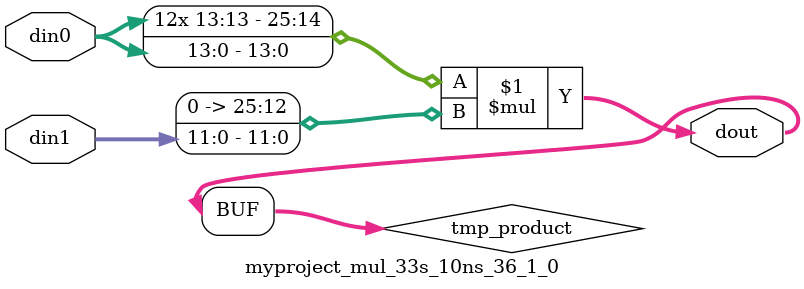
<source format=v>

`timescale 1 ns / 1 ps

  module myproject_mul_33s_10ns_36_1_0(din0, din1, dout);
parameter ID = 1;
parameter NUM_STAGE = 0;
parameter din0_WIDTH = 14;
parameter din1_WIDTH = 12;
parameter dout_WIDTH = 26;

input [din0_WIDTH - 1 : 0] din0; 
input [din1_WIDTH - 1 : 0] din1; 
output [dout_WIDTH - 1 : 0] dout;

wire signed [dout_WIDTH - 1 : 0] tmp_product;












assign tmp_product = $signed(din0) * $signed({1'b0, din1});









assign dout = tmp_product;







endmodule

</source>
